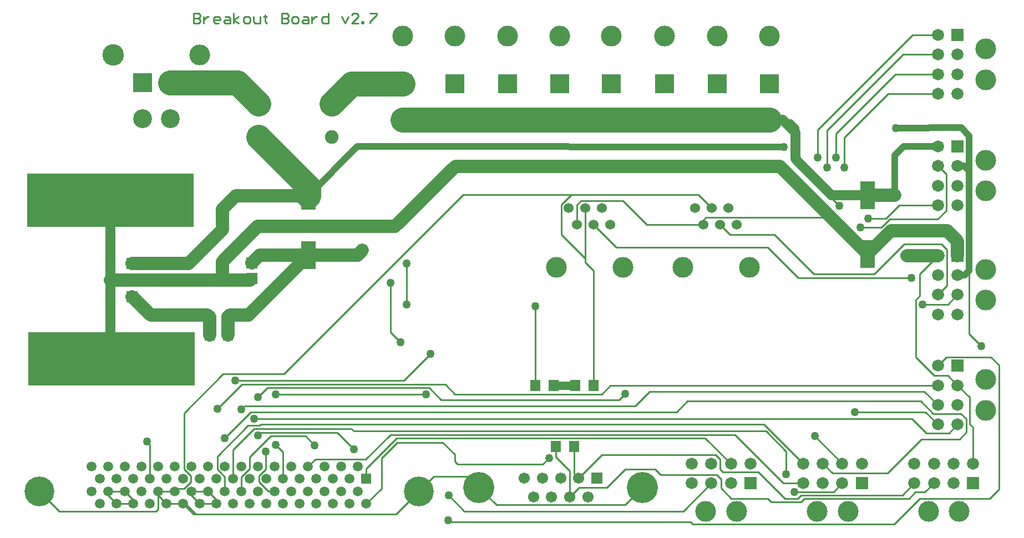
<source format=gtl>
%FSLAX23Y23*%
%MOIN*%
G70*
G01*
G75*
G04 Layer_Physical_Order=1*
%ADD10R,0.060X0.650*%
%ADD11R,1.000X0.320*%
%ADD12R,0.070X0.070*%
%ADD13R,0.063X0.071*%
%ADD14R,0.030X0.045*%
%ADD15R,0.090X0.170*%
%ADD16C,0.040*%
%ADD17C,0.010*%
%ADD18C,0.080*%
%ADD19C,0.150*%
%ADD20C,0.060*%
%ADD21C,0.050*%
%ADD22C,0.072*%
%ADD23C,0.070*%
%ADD24C,0.059*%
%ADD25C,0.059*%
%ADD26C,0.179*%
%ADD27R,0.059X0.059*%
%ADD28C,0.067*%
%ADD29C,0.067*%
%ADD30R,0.067X0.067*%
%ADD31C,0.187*%
%ADD32C,0.187*%
%ADD33C,0.060*%
%ADD34R,0.072X0.072*%
%ADD35R,0.113X0.113*%
%ADD36C,0.082*%
%ADD37C,0.113*%
%ADD38C,0.125*%
%ADD39C,0.129*%
%ADD40C,0.050*%
D10*
X-1050Y2900D02*
D03*
D11*
Y3380D02*
D03*
X-1045Y2425D02*
D03*
D12*
X-200Y3003D02*
D03*
Y2910D02*
D03*
X-920Y2800D02*
D03*
Y3000D02*
D03*
D13*
X1504Y2264D02*
D03*
X1614D02*
D03*
X-455Y2569D02*
D03*
X-345D02*
D03*
X1854Y2264D02*
D03*
X1744D02*
D03*
X1735Y1900D02*
D03*
X1625D02*
D03*
D14*
X-334Y2689D02*
D03*
X-466D02*
D03*
D15*
X140Y3050D02*
D03*
Y3405D02*
D03*
X3500Y3410D02*
D03*
Y3055D02*
D03*
D16*
X4110Y2969D02*
Y3765D01*
X4082Y2929D02*
X4110Y2957D01*
X4040Y3585D02*
X4080D01*
X3669Y3812D02*
X4061Y3814D01*
X434Y3701D02*
X2995Y3700D01*
X4040Y2929D02*
X4082D01*
X140Y3405D02*
X434Y3701D01*
X4080Y3585D02*
X4110Y3555D01*
X3717Y3703D02*
X3922D01*
X3663Y3408D02*
Y3649D01*
X3661Y3410D02*
X3663Y3408D01*
Y3649D02*
X3717Y3703D01*
X4061Y3814D02*
X4110Y3765D01*
D17*
Y2575D02*
Y2969D01*
Y2575D02*
X4184Y2501D01*
X-200Y3003D02*
X-160Y3043D01*
X632Y2585D02*
X691Y2526D01*
X632Y2585D02*
Y2882D01*
X-832Y1930D02*
X-813Y1911D01*
Y1704D02*
Y1911D01*
X989Y1444D02*
X2436D01*
X3922Y2385D02*
X3973Y2436D01*
X979Y1454D02*
X989Y1444D01*
X3295Y1627D02*
X3347Y1679D01*
X3060Y1627D02*
X3295D01*
X2391Y1510D02*
X2560Y1679D01*
X982Y1604D02*
X1073Y1513D01*
Y1510D02*
X2391D01*
X1073D02*
Y1513D01*
X1096Y1720D02*
X1268Y1548D01*
X666Y1493D02*
X893Y1720D01*
X-608Y1562D02*
X-539Y1493D01*
X2042Y1548D02*
X2147Y1653D01*
X-613Y1554D02*
X-552Y1493D01*
X893Y1720D02*
X1096D01*
X1546Y1791D02*
X1585Y1830D01*
X1018Y1808D02*
X1035Y1791D01*
X1546D01*
X487Y1554D02*
X579Y1646D01*
Y1829D01*
X1018Y1808D02*
Y1852D01*
X947Y1923D02*
X1018Y1852D01*
X673Y1923D02*
X947D01*
X579Y1829D02*
X673Y1923D01*
X670Y1950D02*
X2524D01*
X2678Y1797D01*
X487Y1704D02*
Y1767D01*
X670Y1950D01*
X631Y1970D02*
X2702D01*
X2993Y1679D02*
X3111D01*
X484Y1823D02*
X631Y1970D01*
X182Y1823D02*
X484D01*
X137Y1779D02*
X182Y1823D01*
X1070Y3413D02*
X2483D01*
X1804Y3004D02*
Y3332D01*
X2483Y3413D02*
X2564Y3332D01*
X1854Y2264D02*
Y2954D01*
X-608Y1647D02*
X-588Y1666D01*
X-645Y1647D02*
X-608D01*
X-663Y1629D02*
X-645Y1647D01*
X-763Y1629D02*
X-663D01*
X-302Y2294D02*
X712D01*
X873Y2455D01*
X-57Y2211D02*
X845D01*
X-57Y1908D02*
X-13Y1864D01*
Y1704D02*
Y1864D01*
X3278Y3277D02*
X3310D01*
X2528D02*
X3278D01*
X3500Y3055D02*
Y3087D01*
X1754Y3232D02*
Y3351D01*
X2514Y3232D02*
Y3263D01*
X2173Y3232D02*
X2514D01*
X1504Y2264D02*
Y2743D01*
X1504Y2743D01*
X-200Y2905D02*
Y2910D01*
X-205Y2905D02*
X-200D01*
X-210Y2900D02*
X-200Y2890D01*
X3083Y3590D02*
X3329Y3344D01*
X2989Y3861D02*
X3040D01*
X2910D02*
X2989D01*
X2595D02*
X2910D01*
X3083Y3610D02*
Y3818D01*
Y3590D02*
Y3610D01*
X1659Y3352D02*
X1720Y3413D01*
X3811Y2936D02*
X3922Y3047D01*
X4134Y1797D02*
Y2012D01*
X3981Y2325D02*
X4040Y2267D01*
X4112Y2195D01*
X1659Y3173D02*
X1804Y3028D01*
Y3004D02*
X1854Y2954D01*
X-345Y2678D02*
X-334Y2689D01*
X-539Y1493D02*
X667D01*
X-763Y1604D02*
Y1629D01*
Y1523D02*
Y1604D01*
X-613Y1554D02*
Y1579D01*
X-713Y1554D02*
X-613D01*
X-763Y1604D02*
X-713Y1554D01*
X-1478Y1629D02*
X-1357Y1508D01*
X-463Y1629D02*
X-413Y1579D01*
Y1554D02*
Y1579D01*
X-563Y1629D02*
X-463D01*
X-563Y1604D02*
Y1629D01*
X-513Y1554D02*
X-413D01*
X-563Y1604D02*
X-513Y1554D01*
X-963Y1629D02*
X-913Y1579D01*
Y1554D02*
Y1579D01*
X-1063Y1629D02*
X-963D01*
X-1063Y1604D02*
Y1629D01*
X-1013Y1554D02*
X-913D01*
X-1063Y1604D02*
X-1013Y1554D01*
X3183Y1961D02*
X3347Y1797D01*
X3770Y4373D02*
X3922D01*
X3200Y3635D02*
Y3803D01*
X729Y2751D02*
Y3000D01*
X3666Y4136D02*
X3922D01*
X3310Y3634D02*
Y3780D01*
X2006Y2179D02*
X2044Y2217D01*
X-163Y2196D02*
X-108Y2251D01*
X3840Y2230D02*
X3922Y2149D01*
X-263Y2121D02*
X-242Y2142D01*
X3009Y1732D02*
Y1870D01*
X-313Y1704D02*
Y1879D01*
X3229Y1797D02*
X3288Y1738D01*
X-363Y1950D02*
X-207Y2105D01*
X3711Y4254D02*
X3922D01*
X3255Y3577D02*
Y3798D01*
X-100Y1629D02*
X-63D01*
X-118Y1761D02*
Y1870D01*
X3622Y4018D02*
X3922D01*
X3359Y3577D02*
Y3755D01*
X3989Y1979D02*
X4040Y2031D01*
X-188Y2065D02*
X3766D01*
X1954Y2267D02*
X3922D01*
X-408Y2125D02*
X-262Y2271D01*
X3845Y2107D02*
X3922Y2031D01*
X3423Y2107D02*
X3845D01*
X121Y1962D02*
X177Y1906D01*
X-263Y1629D02*
Y1717D01*
X312Y1983D02*
X413Y1882D01*
X-163Y1965D02*
X-145Y1983D01*
X2876Y2032D02*
X3111Y1797D01*
X-363Y1629D02*
Y1717D01*
X3708Y1607D02*
X3780Y1679D01*
X1735Y1738D02*
Y1900D01*
X1764Y1709D02*
X1904Y1848D01*
X1735Y1738D02*
X1764Y1709D01*
X3981Y2752D02*
X4040Y2811D01*
X3830Y2752D02*
X3981D01*
X3844Y1624D02*
X3898Y1679D01*
X1625Y1837D02*
Y1900D01*
X1710Y1597D02*
Y1752D01*
Y1597D02*
X1766Y1653D01*
X3922Y2811D02*
X3977Y2866D01*
X2614Y3232D02*
X2673Y3173D01*
X3922Y3585D02*
X3973Y3534D01*
X3457Y3215D02*
X3583D01*
X1854Y3232D02*
X1990Y3096D01*
X3082Y2912D02*
X3764D01*
X3688Y3349D02*
X3922D01*
X3503Y3269D02*
X3608D01*
X-466Y2689D02*
X-455Y2678D01*
X2514Y3263D02*
X2528Y3277D01*
X3310D02*
X3500Y3087D01*
X2702Y1970D02*
X2993Y1679D01*
X-108Y2251D02*
X865D01*
X937Y2179D01*
X2006D01*
X-207Y2105D02*
X2351D01*
X2417Y2171D01*
X3818D01*
X3892Y2097D01*
X4060D01*
X4092Y2065D01*
Y1984D02*
Y2065D01*
X4051Y1943D02*
X4092Y1984D01*
X3824Y1943D02*
X4051D01*
X3619Y1738D02*
X3824Y1943D01*
X3288Y1738D02*
X3619D01*
X-145Y1983D02*
X312D01*
X3977Y2866D02*
Y3083D01*
X3944Y3116D02*
X3977Y3083D01*
X3720Y3116D02*
X3944D01*
X3540Y2936D02*
X3720Y3116D01*
X3176Y2936D02*
X3540D01*
X2939Y3173D02*
X3176Y2936D01*
X2673Y3173D02*
X2939D01*
X-313Y1879D02*
X-186Y2005D01*
X397D01*
X411Y1991D01*
X2888D01*
X3009Y1870D01*
X4112Y2034D02*
X4134Y2012D01*
X4112Y2034D02*
Y2195D01*
X-263Y1717D02*
X-238Y1741D01*
X-237D01*
X-213Y1766D01*
Y1835D01*
X-86Y1962D01*
X121D01*
X-387Y1741D02*
X-363Y1717D01*
X-388Y1741D02*
X-387D01*
X-408Y1761D02*
X-388Y1741D01*
X-408Y1761D02*
Y1840D01*
X-223Y2025D01*
X-155D01*
X-148Y2032D01*
X2876D01*
X2190Y2230D02*
X3840D01*
X2102Y2142D02*
X2190Y2230D01*
X-242Y2142D02*
X2102D01*
X1901Y2213D02*
X1954Y2267D01*
X1020Y2213D02*
X1901D01*
X962Y2271D02*
X1020Y2213D01*
X-262Y2271D02*
X962D01*
X-138Y1741D02*
X-118Y1761D01*
X-139Y1741D02*
X-138D01*
X-158Y1722D02*
X-139Y1741D01*
X-158Y1686D02*
Y1722D01*
Y1686D02*
X-138Y1666D01*
X-137D01*
X-100Y1629D01*
X3766Y2065D02*
X3852Y1979D01*
X3989D01*
X1659Y3173D02*
Y3352D01*
X3973Y3317D02*
Y3534D01*
X3920Y3264D02*
X3973Y3317D01*
X3632Y3264D02*
X3920D01*
X3583Y3215D02*
X3632Y3264D01*
X3608Y3269D02*
X3688Y3349D01*
X2898Y3096D02*
X3082Y2912D01*
X1990Y3096D02*
X2898D01*
X3040Y3861D02*
X3083Y3818D01*
X1904Y1848D02*
X2586D01*
X2611Y1823D01*
Y1762D02*
Y1823D01*
Y1762D02*
X2628Y1745D01*
X2844D01*
X3002Y1587D01*
X3080D01*
X3100Y1607D01*
X3708D01*
X3785Y1624D02*
X3844D01*
X3748Y1587D02*
X3785Y1624D01*
X3120Y1587D02*
X3748D01*
X3100Y1567D02*
X3120Y1587D01*
X2920Y1567D02*
X3100D01*
X2900Y1587D02*
X2920Y1567D01*
X2680Y1587D02*
X2900D01*
X2618Y1649D02*
X2680Y1587D01*
X2618Y1649D02*
Y1703D01*
X2591Y1730D02*
X2618Y1703D01*
X2256Y1730D02*
X2591D01*
X2224Y1762D02*
X2256Y1730D01*
X2043Y1762D02*
X2224D01*
X1934Y1653D02*
X2043Y1762D01*
X1766Y1653D02*
X1934D01*
X-588Y1666D02*
X-587D01*
X-568Y1686D01*
Y1722D01*
X-588Y1741D02*
X-568Y1722D01*
X-588Y1741D02*
X-588D01*
X-608Y1761D02*
X-588Y1741D01*
X-608Y1761D02*
Y2100D01*
X-373Y2335D01*
X-8D01*
X1070Y3413D01*
X3973Y2436D02*
X4240D01*
X4288Y2388D01*
Y1642D02*
Y2388D01*
X4233Y1587D02*
X4288Y1642D01*
X3814Y1587D02*
X4233D01*
X3658Y1431D02*
X3814Y1587D01*
X2449Y1431D02*
X3658D01*
X2436Y1444D02*
X2449Y1431D01*
X1268Y1548D02*
X2042D01*
X-778Y1508D02*
X-763Y1523D01*
X-1357Y1508D02*
X-778D01*
X3811Y2803D02*
Y2936D01*
X3790Y2782D02*
X3811Y2803D01*
X3790Y2435D02*
Y2782D01*
Y2435D02*
X3900Y2325D01*
X3981D01*
X2028Y3377D02*
X2173Y3232D01*
X1780Y3377D02*
X2028D01*
X1754Y3351D02*
X1780Y3377D01*
X-210Y2900D02*
X-205Y2905D01*
X3359Y3755D02*
X3622Y4018D01*
X3310Y3780D02*
X3666Y4136D01*
X3255Y3798D02*
X3711Y4254D01*
X3200Y3803D02*
X3770Y4373D01*
X1625Y1837D02*
X1710Y1752D01*
X-552Y1493D02*
X666D01*
X-550Y4502D02*
Y4442D01*
X-520D01*
X-510Y4452D01*
Y4462D01*
X-520Y4472D01*
X-550D01*
X-520D01*
X-510Y4482D01*
Y4492D01*
X-520Y4502D01*
X-550D01*
X-490Y4482D02*
Y4442D01*
Y4462D01*
X-480Y4472D01*
X-470Y4482D01*
X-460D01*
X-400Y4442D02*
X-420D01*
X-430Y4452D01*
Y4472D01*
X-420Y4482D01*
X-400D01*
X-390Y4472D01*
Y4462D01*
X-430D01*
X-360Y4482D02*
X-340D01*
X-330Y4472D01*
Y4442D01*
X-360D01*
X-370Y4452D01*
X-360Y4462D01*
X-330D01*
X-310Y4442D02*
Y4502D01*
Y4462D02*
X-280Y4482D01*
X-310Y4462D02*
X-280Y4442D01*
X-240D02*
X-220D01*
X-210Y4452D01*
Y4472D01*
X-220Y4482D01*
X-240D01*
X-250Y4472D01*
Y4452D01*
X-240Y4442D01*
X-190Y4482D02*
Y4452D01*
X-180Y4442D01*
X-150D01*
Y4482D01*
X-120Y4492D02*
Y4482D01*
X-130D01*
X-110D01*
X-120D01*
Y4452D01*
X-110Y4442D01*
X-20Y4502D02*
Y4442D01*
X10D01*
X20Y4452D01*
Y4462D01*
X10Y4472D01*
X-20D01*
X10D01*
X20Y4482D01*
Y4492D01*
X10Y4502D01*
X-20D01*
X50Y4442D02*
X70D01*
X80Y4452D01*
Y4472D01*
X70Y4482D01*
X50D01*
X40Y4472D01*
Y4452D01*
X50Y4442D01*
X110Y4482D02*
X130D01*
X140Y4472D01*
Y4442D01*
X110D01*
X100Y4452D01*
X110Y4462D01*
X140D01*
X160Y4482D02*
Y4442D01*
Y4462D01*
X170Y4472D01*
X180Y4482D01*
X190D01*
X260Y4502D02*
Y4442D01*
X230D01*
X220Y4452D01*
Y4472D01*
X230Y4482D01*
X260D01*
X340D02*
X360Y4442D01*
X380Y4482D01*
X440Y4442D02*
X400D01*
X440Y4482D01*
Y4492D01*
X430Y4502D01*
X410D01*
X400Y4492D01*
X460Y4442D02*
Y4452D01*
X470D01*
Y4442D01*
X460D01*
X510Y4502D02*
X550D01*
Y4492D01*
X510Y4452D01*
Y4442D01*
D18*
X-200Y3003D02*
X-153Y3050D01*
X436D02*
X464Y3078D01*
X140Y3050D02*
X436D01*
X-153D02*
X140D01*
X-221Y2689D02*
X140Y3050D01*
X-334Y2689D02*
X-221D01*
X-299Y3405D02*
X140D01*
X-920Y3000D02*
X-581D01*
X3500Y3055D02*
X3639Y3194D01*
X4040Y3047D02*
Y3132D01*
X2973Y3582D02*
X3278Y3277D01*
X3500Y3055D01*
X-379Y2900D02*
X-210D01*
X-920D02*
X-379D01*
Y3010D01*
X-1050Y2900D02*
X-920D01*
X3500Y3410D02*
X3661D01*
X3737Y3047D02*
X3922D01*
X-345Y2569D02*
Y2678D01*
X-455Y2569D02*
Y2678D01*
X-809Y2689D02*
X-466D01*
X-920Y2800D02*
X-809Y2689D01*
X1021Y3582D02*
X2973D01*
X3639Y3194D02*
X3978D01*
X4040Y3132D01*
X-168Y3221D02*
X660D01*
X1021Y3582D01*
X-379Y3010D02*
X-168Y3221D01*
X-379Y3202D02*
Y3325D01*
X-581Y3000D02*
X-379Y3202D01*
Y3325D02*
X-299Y3405D01*
D19*
X-286Y4086D02*
X-160Y3960D01*
X-692Y4086D02*
X-286D01*
X-160Y3760D02*
X140Y3460D01*
Y3405D02*
Y3460D01*
X2595Y3861D02*
X2910D01*
X2280D02*
X2595D01*
X1960D02*
X2280D01*
X1650D02*
X1960D01*
X1335D02*
X1650D01*
X1020D02*
X1335D01*
X705D02*
X1020D01*
X398Y4078D02*
X705D01*
X280Y3960D02*
X398Y4078D01*
D20*
X2989Y3861D02*
X3065Y3785D01*
Y3628D02*
X3083Y3610D01*
X3283Y3410D01*
X3500D01*
X2910Y3861D02*
X2989D01*
X3065Y3628D02*
Y3785D01*
D21*
X1614Y2264D02*
X1744D01*
D22*
X4016Y1679D02*
D03*
X3922Y3349D02*
D03*
Y3467D02*
D03*
Y3585D02*
D03*
X3922Y2693D02*
D03*
Y2811D02*
D03*
Y2929D02*
D03*
X3898Y1679D02*
D03*
X4040Y3467D02*
D03*
X4040Y2811D02*
D03*
X3780Y1679D02*
D03*
X4040Y3349D02*
D03*
X4040Y2693D02*
D03*
X3111Y1797D02*
D03*
X2442D02*
D03*
X3922Y2031D02*
D03*
Y2267D02*
D03*
X4040Y2031D02*
D03*
X3922Y4018D02*
D03*
Y4254D02*
D03*
X4040Y4018D02*
D03*
X3229Y1679D02*
D03*
X3465Y1797D02*
D03*
X2560Y1679D02*
D03*
X2796Y1797D02*
D03*
X4040Y4254D02*
D03*
X3229Y1797D02*
D03*
X2560D02*
D03*
X3922Y2149D02*
D03*
Y2385D02*
D03*
X4040Y2149D02*
D03*
X3922Y4136D02*
D03*
Y4373D02*
D03*
X4040Y4136D02*
D03*
X3111Y1679D02*
D03*
X3347D02*
D03*
Y1797D02*
D03*
X2442Y1679D02*
D03*
X2678D02*
D03*
Y1797D02*
D03*
X4040Y2267D02*
D03*
X4134Y1797D02*
D03*
X3922Y3703D02*
D03*
X3922Y3047D02*
D03*
X4016Y1797D02*
D03*
X3898D02*
D03*
X3780D02*
D03*
X4040Y2929D02*
D03*
X4040Y3585D02*
D03*
D23*
X-920Y2900D02*
D03*
D24*
X337Y1779D02*
D03*
X287Y1704D02*
D03*
X-413D02*
D03*
X-463Y1779D02*
D03*
X-513Y1704D02*
D03*
X-613D02*
D03*
X-663Y1779D02*
D03*
X-713Y1704D02*
D03*
X-763Y1779D02*
D03*
X-913Y1704D02*
D03*
X-963Y1779D02*
D03*
X-1013Y1704D02*
D03*
X-1063Y1779D02*
D03*
X-563D02*
D03*
X-1163Y1629D02*
D03*
X-1113Y1554D02*
D03*
Y1704D02*
D03*
X37Y1629D02*
D03*
X87Y1554D02*
D03*
X37Y1779D02*
D03*
X87Y1704D02*
D03*
X287Y1554D02*
D03*
X337Y1629D02*
D03*
X-613Y1554D02*
D03*
X-663Y1629D02*
D03*
X-713Y1554D02*
D03*
X-763Y1629D02*
D03*
X-413Y1554D02*
D03*
X-463Y1629D02*
D03*
X-513Y1554D02*
D03*
X-563Y1629D02*
D03*
X-913Y1554D02*
D03*
X-963Y1629D02*
D03*
X-1013Y1554D02*
D03*
X-1063Y1629D02*
D03*
X437Y1779D02*
D03*
X387Y1704D02*
D03*
X237Y1779D02*
D03*
X187Y1704D02*
D03*
X137Y1779D02*
D03*
X-13Y1704D02*
D03*
X-63Y1779D02*
D03*
X-113Y1704D02*
D03*
X-163Y1779D02*
D03*
X-213Y1704D02*
D03*
X-263Y1779D02*
D03*
X-313Y1704D02*
D03*
X-363Y1779D02*
D03*
X-813Y1704D02*
D03*
X-863Y1779D02*
D03*
X487Y1554D02*
D03*
X437Y1629D02*
D03*
X387Y1554D02*
D03*
X237Y1629D02*
D03*
X187Y1554D02*
D03*
X137Y1629D02*
D03*
X-13Y1554D02*
D03*
X-63Y1629D02*
D03*
X-113Y1554D02*
D03*
X-213D02*
D03*
X-263Y1629D02*
D03*
X-313Y1554D02*
D03*
X-363Y1629D02*
D03*
X-813Y1554D02*
D03*
X-863Y1629D02*
D03*
D25*
X-1163Y1779D02*
D03*
X-163Y1629D02*
D03*
D26*
X802D02*
D03*
X-1478D02*
D03*
D27*
X487Y1704D02*
D03*
D28*
X1437Y1709D02*
D03*
X1491Y1597D02*
D03*
X1546Y1709D02*
D03*
X1600Y1597D02*
D03*
X1710D02*
D03*
X1764Y1709D02*
D03*
X1819Y1597D02*
D03*
D29*
X1655Y1709D02*
D03*
D30*
X1873D02*
D03*
D31*
X2147Y1653D02*
D03*
D32*
X1163D02*
D03*
D33*
X1904Y3332D02*
D03*
X1854Y3232D02*
D03*
X1704Y3332D02*
D03*
X2664D02*
D03*
X2614Y3232D02*
D03*
X2464Y3332D02*
D03*
X2564D02*
D03*
X1804D02*
D03*
X2514Y3232D02*
D03*
X1754D02*
D03*
X2714D02*
D03*
X1954D02*
D03*
D34*
X3465Y1679D02*
D03*
X2796D02*
D03*
X4040Y4373D02*
D03*
Y3047D02*
D03*
X4040Y3703D02*
D03*
X4134Y1679D02*
D03*
X4040Y2385D02*
D03*
D35*
X705Y4078D02*
D03*
X1335D02*
D03*
X1020D02*
D03*
X2280D02*
D03*
X1960D02*
D03*
X1650D02*
D03*
X-858Y4086D02*
D03*
X2910Y4078D02*
D03*
X2595D02*
D03*
D36*
X280Y3760D02*
D03*
Y3960D02*
D03*
X-160D02*
D03*
Y3760D02*
D03*
D37*
X705Y3861D02*
D03*
X1335D02*
D03*
X1020D02*
D03*
X2280D02*
D03*
X1960D02*
D03*
X1650D02*
D03*
X-692Y3869D02*
D03*
X-858D02*
D03*
X-692Y4086D02*
D03*
X2910Y3861D02*
D03*
X2595D02*
D03*
D38*
X705Y4365D02*
D03*
X1335D02*
D03*
X2280D02*
D03*
X1960D02*
D03*
X1650D02*
D03*
X2789Y2977D02*
D03*
X2029D02*
D03*
X1629D02*
D03*
X4210Y4103D02*
D03*
X2712Y1509D02*
D03*
X2527D02*
D03*
X4210Y2963D02*
D03*
Y2778D02*
D03*
X4210Y3619D02*
D03*
Y3434D02*
D03*
X3381Y1509D02*
D03*
X3196D02*
D03*
X4210Y2116D02*
D03*
X4050Y1509D02*
D03*
X3865D02*
D03*
X1020Y4365D02*
D03*
X2389Y2977D02*
D03*
X4210Y4288D02*
D03*
Y2301D02*
D03*
X-515Y4251D02*
D03*
X2910Y4365D02*
D03*
X2595D02*
D03*
D39*
X-1035Y4251D02*
D03*
D40*
X4184Y2501D02*
D03*
X464Y3078D02*
D03*
X-832Y1930D02*
D03*
X632Y2882D02*
D03*
X691Y2526D02*
D03*
X979Y1454D02*
D03*
X982Y1604D02*
D03*
X873Y2455D02*
D03*
X3183Y1961D02*
D03*
X845Y2211D02*
D03*
X-57D02*
D03*
Y1908D02*
D03*
X729Y2751D02*
D03*
Y3000D02*
D03*
X-163Y2196D02*
D03*
X2044Y2217D02*
D03*
X-363Y1950D02*
D03*
X-302Y2294D02*
D03*
X1585Y1830D02*
D03*
X413Y1882D02*
D03*
X-163Y1965D02*
D03*
X3830Y2752D02*
D03*
X3009Y1732D02*
D03*
X177Y1906D02*
D03*
X3423Y2107D02*
D03*
X-263Y2121D02*
D03*
X-408Y2125D02*
D03*
X-118Y1870D02*
D03*
X3060Y1627D02*
D03*
X-188Y2065D02*
D03*
X3457Y3215D02*
D03*
X3503Y3269D02*
D03*
X3764Y2912D02*
D03*
X3329Y3344D02*
D03*
X1504Y2743D02*
D03*
X3359Y3577D02*
D03*
X3310Y3634D02*
D03*
X3255Y3577D02*
D03*
X3200Y3635D02*
D03*
X3663Y3408D02*
D03*
X3737Y3047D02*
D03*
X3669Y3812D02*
D03*
X2995Y3700D02*
D03*
M02*

</source>
